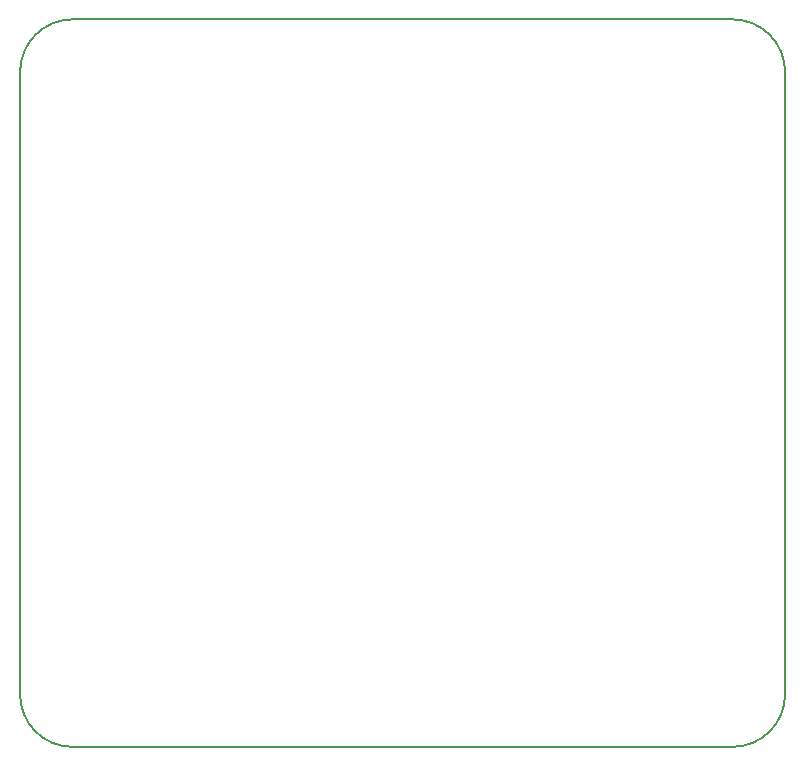
<source format=gm1>
G04 #@! TF.FileFunction,Profile,NP*
%FSLAX46Y46*%
G04 Gerber Fmt 4.6, Leading zero omitted, Abs format (unit mm)*
G04 Created by KiCad (PCBNEW 4.0.7) date 09/22/19 17:23:35*
%MOMM*%
%LPD*%
G01*
G04 APERTURE LIST*
%ADD10C,0.100000*%
%ADD11C,0.150000*%
G04 APERTURE END LIST*
D10*
D11*
X116205000Y-84455000D02*
X116205000Y-137160000D01*
X180975000Y-137160000D02*
X180975000Y-84455000D01*
X120650000Y-80010000D02*
X176530000Y-80010000D01*
X176530000Y-141605000D02*
X120650000Y-141605000D01*
X176530000Y-141605000D02*
G75*
G03X180975000Y-137160000I0J4445000D01*
G01*
X116205000Y-137160000D02*
G75*
G03X120650000Y-141605000I4445000J0D01*
G01*
X180975000Y-84455000D02*
G75*
G03X176530000Y-80010000I-4445000J0D01*
G01*
X120650000Y-80010000D02*
G75*
G03X116205000Y-84455000I0J-4445000D01*
G01*
M02*

</source>
